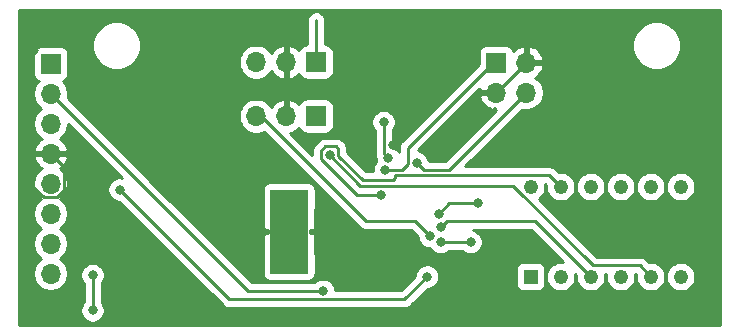
<source format=gbr>
G04 #@! TF.GenerationSoftware,KiCad,Pcbnew,(5.1.8)-1*
G04 #@! TF.CreationDate,2021-02-01T15:09:39-08:00*
G04 #@! TF.ProjectId,Modular_single_driver_Driver,4d6f6475-6c61-4725-9f73-696e676c655f,rev?*
G04 #@! TF.SameCoordinates,Original*
G04 #@! TF.FileFunction,Copper,L2,Bot*
G04 #@! TF.FilePolarity,Positive*
%FSLAX46Y46*%
G04 Gerber Fmt 4.6, Leading zero omitted, Abs format (unit mm)*
G04 Created by KiCad (PCBNEW (5.1.8)-1) date 2021-02-01 15:09:39*
%MOMM*%
%LPD*%
G01*
G04 APERTURE LIST*
G04 #@! TA.AperFunction,ComponentPad*
%ADD10O,1.700000X1.700000*%
G04 #@! TD*
G04 #@! TA.AperFunction,ComponentPad*
%ADD11R,1.700000X1.700000*%
G04 #@! TD*
G04 #@! TA.AperFunction,ComponentPad*
%ADD12R,1.220000X1.220000*%
G04 #@! TD*
G04 #@! TA.AperFunction,ComponentPad*
%ADD13C,1.220000*%
G04 #@! TD*
G04 #@! TA.AperFunction,ComponentPad*
%ADD14C,0.600000*%
G04 #@! TD*
G04 #@! TA.AperFunction,SMDPad,CuDef*
%ADD15R,3.200000X7.100000*%
G04 #@! TD*
G04 #@! TA.AperFunction,ViaPad*
%ADD16C,0.800000*%
G04 #@! TD*
G04 #@! TA.AperFunction,Conductor*
%ADD17C,0.250000*%
G04 #@! TD*
G04 #@! TA.AperFunction,Conductor*
%ADD18C,0.254000*%
G04 #@! TD*
G04 #@! TA.AperFunction,Conductor*
%ADD19C,0.100000*%
G04 #@! TD*
G04 APERTURE END LIST*
D10*
X169291000Y-111379000D03*
X171831000Y-111379000D03*
D11*
X174371000Y-111379000D03*
X189611000Y-106854001D03*
D10*
X192151000Y-106854001D03*
X189611000Y-109394001D03*
X192151000Y-109394001D03*
D11*
X151892000Y-106934000D03*
D10*
X151892000Y-109474000D03*
X151892000Y-112014000D03*
X151892000Y-114554000D03*
X151892000Y-117094000D03*
X151892000Y-119634000D03*
X151892000Y-122174000D03*
X151892000Y-124714000D03*
D11*
X174371000Y-106807000D03*
D10*
X171831000Y-106807000D03*
X169291000Y-106807000D03*
D12*
X192532000Y-124968000D03*
D13*
X195072000Y-124968000D03*
X197612000Y-124968000D03*
X200152000Y-124968000D03*
X202692000Y-124968000D03*
X205232000Y-124968000D03*
X205232000Y-117348000D03*
X202692000Y-117348000D03*
X200152000Y-117348000D03*
X197612000Y-117348000D03*
X195072000Y-117348000D03*
X192532000Y-117348000D03*
D14*
X170785000Y-117908000D03*
X172085000Y-117908000D03*
X173385000Y-117908000D03*
X170785000Y-119208000D03*
X172085000Y-119208000D03*
X173385000Y-119208000D03*
X170785000Y-120508000D03*
X172085000Y-120508000D03*
X173385000Y-120508000D03*
X170785000Y-121808000D03*
X172085000Y-121808000D03*
X173385000Y-121808000D03*
X170785000Y-123108000D03*
X172085000Y-123108000D03*
X173385000Y-123108000D03*
X170785000Y-124408000D03*
X172085000Y-124408000D03*
X173385000Y-124408000D03*
D15*
X172085000Y-121158000D03*
D16*
X155448000Y-124841000D03*
X184912000Y-122047000D03*
X187452000Y-122047000D03*
X155448000Y-127825500D03*
X180467000Y-114935000D03*
X180086000Y-111887000D03*
X154813000Y-122682000D03*
X165862000Y-110998000D03*
X195199000Y-111887000D03*
X184277000Y-123698000D03*
X180848000Y-113792000D03*
X176403000Y-125857000D03*
X180276500Y-125793500D03*
X157734000Y-117602000D03*
X183769000Y-124968000D03*
X180213000Y-115951000D03*
X182880000Y-115316000D03*
X174947500Y-126179500D03*
X184023000Y-121539000D03*
X188087000Y-118745000D03*
X184785000Y-119634000D03*
X179895500Y-118046500D03*
X184912000Y-120777000D03*
X175514000Y-114681000D03*
D17*
X184912000Y-122047000D02*
X187452000Y-122047000D01*
X155448000Y-124841000D02*
X155448000Y-127127000D01*
X155448000Y-127127000D02*
X155448000Y-127127000D01*
X180086000Y-111887000D02*
X180086000Y-111887000D01*
X180086000Y-114554000D02*
X180467000Y-114935000D01*
X180086000Y-111887000D02*
X180086000Y-114554000D01*
X174371000Y-106807000D02*
X174371000Y-103251000D01*
X155448000Y-127127000D02*
X155448000Y-127825500D01*
X150266989Y-117207991D02*
X150266989Y-106274009D01*
X151327999Y-118269001D02*
X150266989Y-117207991D01*
X150266989Y-106274009D02*
X150781999Y-105758999D01*
X152456001Y-118269001D02*
X151327999Y-118269001D01*
X153067001Y-117658001D02*
X152456001Y-118269001D01*
X153067001Y-115729001D02*
X153067001Y-117658001D01*
X151892000Y-114554000D02*
X153067001Y-115729001D01*
X175514000Y-121158000D02*
X176657000Y-122301000D01*
X189611000Y-109394001D02*
X192151000Y-106854001D01*
X167036501Y-126904501D02*
X181832499Y-126904501D01*
X157734000Y-117602000D02*
X167036501Y-126904501D01*
X181832499Y-126904501D02*
X183769000Y-124968000D01*
X183769000Y-124968000D02*
X183769000Y-124968000D01*
X189611000Y-106854001D02*
X189309999Y-106854001D01*
X180249999Y-115914001D02*
X180213000Y-115951000D01*
X181646999Y-115914001D02*
X180249999Y-115914001D01*
X182118000Y-115443000D02*
X181646999Y-115914001D01*
X182118000Y-114046000D02*
X182118000Y-115443000D01*
X189309999Y-106854001D02*
X182118000Y-114046000D01*
X183478001Y-115914001D02*
X182880000Y-115316000D01*
X185631000Y-115914001D02*
X183478001Y-115914001D01*
X192151000Y-109394001D02*
X185631000Y-115914001D01*
X168597500Y-126179500D02*
X151892000Y-109474000D01*
X174947500Y-126179500D02*
X168597500Y-126179500D01*
X169672000Y-111379000D02*
X169291000Y-111379000D01*
X178562000Y-120269000D02*
X169672000Y-111379000D01*
X182753000Y-120269000D02*
X184023000Y-121539000D01*
X178562000Y-120269000D02*
X182753000Y-120269000D01*
X185637001Y-118781999D02*
X188050001Y-118781999D01*
X184785000Y-119634000D02*
X185637001Y-118781999D01*
X174788999Y-114332999D02*
X175165999Y-113955999D01*
X174788999Y-115029001D02*
X174788999Y-114332999D01*
X177806498Y-118046500D02*
X174788999Y-115029001D01*
X179895500Y-118046500D02*
X177806498Y-118046500D01*
X176239001Y-114136001D02*
X176058999Y-113955999D01*
X178302399Y-116832989D02*
X176239001Y-114769591D01*
X176239001Y-114769591D02*
X176239001Y-114136001D01*
X181077009Y-116610991D02*
X180855011Y-116832989D01*
X181077009Y-116364011D02*
X181077009Y-116610991D01*
X194088011Y-116364011D02*
X181077009Y-116364011D01*
X195072000Y-117348000D02*
X194088011Y-116364011D01*
X180855011Y-116832989D02*
X178302399Y-116832989D01*
X175165999Y-113955999D02*
X176058999Y-113955999D01*
X185420000Y-120269000D02*
X184912000Y-120777000D01*
X192913000Y-120269000D02*
X185420000Y-120269000D01*
X197612000Y-124968000D02*
X192913000Y-120269000D01*
X201756999Y-124032999D02*
X202692000Y-124968000D01*
X197833197Y-124032999D02*
X201756999Y-124032999D01*
X191083197Y-117282999D02*
X197833197Y-124032999D01*
X178115999Y-117282999D02*
X175514000Y-114681000D01*
X191083197Y-117282999D02*
X178115999Y-117282999D01*
D18*
X208534000Y-129032000D02*
X149225000Y-129032000D01*
X149225000Y-116947740D01*
X150407000Y-116947740D01*
X150407000Y-117240260D01*
X150464068Y-117527158D01*
X150576010Y-117797411D01*
X150738525Y-118040632D01*
X150945368Y-118247475D01*
X151119760Y-118364000D01*
X150945368Y-118480525D01*
X150738525Y-118687368D01*
X150576010Y-118930589D01*
X150464068Y-119200842D01*
X150407000Y-119487740D01*
X150407000Y-119780260D01*
X150464068Y-120067158D01*
X150576010Y-120337411D01*
X150738525Y-120580632D01*
X150945368Y-120787475D01*
X151119760Y-120904000D01*
X150945368Y-121020525D01*
X150738525Y-121227368D01*
X150576010Y-121470589D01*
X150464068Y-121740842D01*
X150407000Y-122027740D01*
X150407000Y-122320260D01*
X150464068Y-122607158D01*
X150576010Y-122877411D01*
X150738525Y-123120632D01*
X150945368Y-123327475D01*
X151119760Y-123444000D01*
X150945368Y-123560525D01*
X150738525Y-123767368D01*
X150576010Y-124010589D01*
X150464068Y-124280842D01*
X150407000Y-124567740D01*
X150407000Y-124860260D01*
X150464068Y-125147158D01*
X150576010Y-125417411D01*
X150738525Y-125660632D01*
X150945368Y-125867475D01*
X151188589Y-126029990D01*
X151458842Y-126141932D01*
X151745740Y-126199000D01*
X152038260Y-126199000D01*
X152325158Y-126141932D01*
X152595411Y-126029990D01*
X152838632Y-125867475D01*
X153045475Y-125660632D01*
X153207990Y-125417411D01*
X153319932Y-125147158D01*
X153377000Y-124860260D01*
X153377000Y-124739061D01*
X154413000Y-124739061D01*
X154413000Y-124942939D01*
X154452774Y-125142898D01*
X154530795Y-125331256D01*
X154644063Y-125500774D01*
X154688000Y-125544711D01*
X154688001Y-127089657D01*
X154684491Y-127125298D01*
X154644063Y-127165726D01*
X154530795Y-127335244D01*
X154452774Y-127523602D01*
X154413000Y-127723561D01*
X154413000Y-127927439D01*
X154452774Y-128127398D01*
X154530795Y-128315756D01*
X154644063Y-128485274D01*
X154788226Y-128629437D01*
X154957744Y-128742705D01*
X155146102Y-128820726D01*
X155346061Y-128860500D01*
X155549939Y-128860500D01*
X155749898Y-128820726D01*
X155938256Y-128742705D01*
X156107774Y-128629437D01*
X156251937Y-128485274D01*
X156365205Y-128315756D01*
X156443226Y-128127398D01*
X156483000Y-127927439D01*
X156483000Y-127723561D01*
X156443226Y-127523602D01*
X156365205Y-127335244D01*
X156251937Y-127165726D01*
X156211509Y-127125298D01*
X156208000Y-127089667D01*
X156208000Y-125544711D01*
X156251937Y-125500774D01*
X156365205Y-125331256D01*
X156443226Y-125142898D01*
X156483000Y-124942939D01*
X156483000Y-124739061D01*
X156443226Y-124539102D01*
X156365205Y-124350744D01*
X156251937Y-124181226D01*
X156107774Y-124037063D01*
X155938256Y-123923795D01*
X155749898Y-123845774D01*
X155549939Y-123806000D01*
X155346061Y-123806000D01*
X155146102Y-123845774D01*
X154957744Y-123923795D01*
X154788226Y-124037063D01*
X154644063Y-124181226D01*
X154530795Y-124350744D01*
X154452774Y-124539102D01*
X154413000Y-124739061D01*
X153377000Y-124739061D01*
X153377000Y-124567740D01*
X153319932Y-124280842D01*
X153207990Y-124010589D01*
X153045475Y-123767368D01*
X152838632Y-123560525D01*
X152664240Y-123444000D01*
X152838632Y-123327475D01*
X153045475Y-123120632D01*
X153207990Y-122877411D01*
X153319932Y-122607158D01*
X153377000Y-122320260D01*
X153377000Y-122027740D01*
X153319932Y-121740842D01*
X153207990Y-121470589D01*
X153045475Y-121227368D01*
X152838632Y-121020525D01*
X152664240Y-120904000D01*
X152838632Y-120787475D01*
X153045475Y-120580632D01*
X153207990Y-120337411D01*
X153319932Y-120067158D01*
X153377000Y-119780260D01*
X153377000Y-119487740D01*
X153319932Y-119200842D01*
X153207990Y-118930589D01*
X153045475Y-118687368D01*
X152838632Y-118480525D01*
X152664240Y-118364000D01*
X152838632Y-118247475D01*
X153045475Y-118040632D01*
X153207990Y-117797411D01*
X153319932Y-117527158D01*
X153377000Y-117240260D01*
X153377000Y-116947740D01*
X153319932Y-116660842D01*
X153207990Y-116390589D01*
X153045475Y-116147368D01*
X152838632Y-115940525D01*
X152656466Y-115818805D01*
X152773355Y-115749178D01*
X152989588Y-115554269D01*
X153163641Y-115320920D01*
X153288825Y-115058099D01*
X153333476Y-114910890D01*
X153212155Y-114681000D01*
X152019000Y-114681000D01*
X152019000Y-114701000D01*
X151765000Y-114701000D01*
X151765000Y-114681000D01*
X150571845Y-114681000D01*
X150450524Y-114910890D01*
X150495175Y-115058099D01*
X150620359Y-115320920D01*
X150794412Y-115554269D01*
X151010645Y-115749178D01*
X151127534Y-115818805D01*
X150945368Y-115940525D01*
X150738525Y-116147368D01*
X150576010Y-116390589D01*
X150464068Y-116660842D01*
X150407000Y-116947740D01*
X149225000Y-116947740D01*
X149225000Y-106084000D01*
X150403928Y-106084000D01*
X150403928Y-107784000D01*
X150416188Y-107908482D01*
X150452498Y-108028180D01*
X150511463Y-108138494D01*
X150590815Y-108235185D01*
X150687506Y-108314537D01*
X150797820Y-108373502D01*
X150870380Y-108395513D01*
X150738525Y-108527368D01*
X150576010Y-108770589D01*
X150464068Y-109040842D01*
X150407000Y-109327740D01*
X150407000Y-109620260D01*
X150464068Y-109907158D01*
X150576010Y-110177411D01*
X150738525Y-110420632D01*
X150945368Y-110627475D01*
X151119760Y-110744000D01*
X150945368Y-110860525D01*
X150738525Y-111067368D01*
X150576010Y-111310589D01*
X150464068Y-111580842D01*
X150407000Y-111867740D01*
X150407000Y-112160260D01*
X150464068Y-112447158D01*
X150576010Y-112717411D01*
X150738525Y-112960632D01*
X150945368Y-113167475D01*
X151127534Y-113289195D01*
X151010645Y-113358822D01*
X150794412Y-113553731D01*
X150620359Y-113787080D01*
X150495175Y-114049901D01*
X150450524Y-114197110D01*
X150571845Y-114427000D01*
X151765000Y-114427000D01*
X151765000Y-114407000D01*
X152019000Y-114407000D01*
X152019000Y-114427000D01*
X153212155Y-114427000D01*
X153333476Y-114197110D01*
X153288825Y-114049901D01*
X153163641Y-113787080D01*
X152989588Y-113553731D01*
X152773355Y-113358822D01*
X152656466Y-113289195D01*
X152838632Y-113167475D01*
X153045475Y-112960632D01*
X153207990Y-112717411D01*
X153319932Y-112447158D01*
X153377000Y-112160260D01*
X153377000Y-112033801D01*
X157928637Y-116585439D01*
X157835939Y-116567000D01*
X157632061Y-116567000D01*
X157432102Y-116606774D01*
X157243744Y-116684795D01*
X157074226Y-116798063D01*
X156930063Y-116942226D01*
X156816795Y-117111744D01*
X156738774Y-117300102D01*
X156699000Y-117500061D01*
X156699000Y-117703939D01*
X156738774Y-117903898D01*
X156816795Y-118092256D01*
X156930063Y-118261774D01*
X157074226Y-118405937D01*
X157243744Y-118519205D01*
X157432102Y-118597226D01*
X157632061Y-118637000D01*
X157694199Y-118637000D01*
X166472702Y-127415504D01*
X166496500Y-127444502D01*
X166525498Y-127468300D01*
X166612224Y-127539475D01*
X166710489Y-127591999D01*
X166744254Y-127610047D01*
X166887515Y-127653504D01*
X166999168Y-127664501D01*
X166999177Y-127664501D01*
X167036500Y-127668177D01*
X167073823Y-127664501D01*
X181795177Y-127664501D01*
X181832499Y-127668177D01*
X181869821Y-127664501D01*
X181869832Y-127664501D01*
X181981485Y-127653504D01*
X182124746Y-127610047D01*
X182256775Y-127539475D01*
X182372500Y-127444502D01*
X182396303Y-127415498D01*
X183808802Y-126003000D01*
X183870939Y-126003000D01*
X184070898Y-125963226D01*
X184259256Y-125885205D01*
X184428774Y-125771937D01*
X184572937Y-125627774D01*
X184686205Y-125458256D01*
X184764226Y-125269898D01*
X184804000Y-125069939D01*
X184804000Y-124866061D01*
X184764226Y-124666102D01*
X184686205Y-124477744D01*
X184606195Y-124358000D01*
X191283928Y-124358000D01*
X191283928Y-125578000D01*
X191296188Y-125702482D01*
X191332498Y-125822180D01*
X191391463Y-125932494D01*
X191470815Y-126029185D01*
X191567506Y-126108537D01*
X191677820Y-126167502D01*
X191797518Y-126203812D01*
X191922000Y-126216072D01*
X193142000Y-126216072D01*
X193266482Y-126203812D01*
X193386180Y-126167502D01*
X193496494Y-126108537D01*
X193593185Y-126029185D01*
X193672537Y-125932494D01*
X193731502Y-125822180D01*
X193767812Y-125702482D01*
X193780072Y-125578000D01*
X193780072Y-124358000D01*
X193767812Y-124233518D01*
X193731502Y-124113820D01*
X193672537Y-124003506D01*
X193593185Y-123906815D01*
X193496494Y-123827463D01*
X193386180Y-123768498D01*
X193266482Y-123732188D01*
X193142000Y-123719928D01*
X191922000Y-123719928D01*
X191797518Y-123732188D01*
X191677820Y-123768498D01*
X191567506Y-123827463D01*
X191470815Y-123906815D01*
X191391463Y-124003506D01*
X191332498Y-124113820D01*
X191296188Y-124233518D01*
X191283928Y-124358000D01*
X184606195Y-124358000D01*
X184572937Y-124308226D01*
X184428774Y-124164063D01*
X184259256Y-124050795D01*
X184070898Y-123972774D01*
X183870939Y-123933000D01*
X183667061Y-123933000D01*
X183467102Y-123972774D01*
X183278744Y-124050795D01*
X183109226Y-124164063D01*
X182965063Y-124308226D01*
X182851795Y-124477744D01*
X182773774Y-124666102D01*
X182734000Y-124866061D01*
X182734000Y-124928198D01*
X181517698Y-126144501D01*
X175982500Y-126144501D01*
X175982500Y-126077561D01*
X175942726Y-125877602D01*
X175864705Y-125689244D01*
X175751437Y-125519726D01*
X175607274Y-125375563D01*
X175437756Y-125262295D01*
X175249398Y-125184274D01*
X175049439Y-125144500D01*
X174845561Y-125144500D01*
X174645602Y-125184274D01*
X174457244Y-125262295D01*
X174287726Y-125375563D01*
X174243789Y-125419500D01*
X168912302Y-125419500D01*
X161100802Y-117608000D01*
X169846928Y-117608000D01*
X169850000Y-120872250D01*
X170008750Y-121031000D01*
X170337814Y-121031000D01*
X170331843Y-121140762D01*
X170330064Y-121142541D01*
X170330905Y-121158000D01*
X170330064Y-121173459D01*
X170331843Y-121175238D01*
X170337814Y-121285000D01*
X170008750Y-121285000D01*
X169850000Y-121443750D01*
X169846928Y-124708000D01*
X169859188Y-124832482D01*
X169895498Y-124952180D01*
X169954463Y-125062494D01*
X170033815Y-125159185D01*
X170130506Y-125238537D01*
X170240820Y-125297502D01*
X170360518Y-125333812D01*
X170485000Y-125346072D01*
X171799250Y-125343000D01*
X171831493Y-125310757D01*
X171957998Y-125336164D01*
X171957998Y-125343000D01*
X172083534Y-125343000D01*
X172175355Y-125343171D01*
X172176223Y-125343000D01*
X172212002Y-125343000D01*
X172212002Y-125335952D01*
X172338737Y-125310987D01*
X172370750Y-125343000D01*
X173685000Y-125346072D01*
X173809482Y-125333812D01*
X173929180Y-125297502D01*
X174039494Y-125238537D01*
X174136185Y-125159185D01*
X174215537Y-125062494D01*
X174274502Y-124952180D01*
X174310812Y-124832482D01*
X174323072Y-124708000D01*
X174320000Y-121443750D01*
X174161250Y-121285000D01*
X173832186Y-121285000D01*
X173838157Y-121175238D01*
X173839936Y-121173459D01*
X173839095Y-121158000D01*
X173839936Y-121142541D01*
X173838157Y-121140762D01*
X173832186Y-121031000D01*
X174161250Y-121031000D01*
X174320000Y-120872250D01*
X174323072Y-117608000D01*
X174310812Y-117483518D01*
X174274502Y-117363820D01*
X174215537Y-117253506D01*
X174136185Y-117156815D01*
X174039494Y-117077463D01*
X173929180Y-117018498D01*
X173809482Y-116982188D01*
X173685000Y-116969928D01*
X172370750Y-116973000D01*
X172338507Y-117005243D01*
X172212002Y-116979836D01*
X172212002Y-116973000D01*
X172086466Y-116973000D01*
X171994645Y-116972829D01*
X171993777Y-116973000D01*
X171957998Y-116973000D01*
X171957998Y-116980048D01*
X171831263Y-117005013D01*
X171799250Y-116973000D01*
X170485000Y-116969928D01*
X170360518Y-116982188D01*
X170240820Y-117018498D01*
X170130506Y-117077463D01*
X170033815Y-117156815D01*
X169954463Y-117253506D01*
X169895498Y-117363820D01*
X169859188Y-117483518D01*
X169846928Y-117608000D01*
X161100802Y-117608000D01*
X154725542Y-111232740D01*
X167806000Y-111232740D01*
X167806000Y-111525260D01*
X167863068Y-111812158D01*
X167975010Y-112082411D01*
X168137525Y-112325632D01*
X168344368Y-112532475D01*
X168587589Y-112694990D01*
X168857842Y-112806932D01*
X169144740Y-112864000D01*
X169437260Y-112864000D01*
X169724158Y-112806932D01*
X169936978Y-112718779D01*
X177998200Y-120780002D01*
X178021999Y-120809001D01*
X178137724Y-120903974D01*
X178269753Y-120974546D01*
X178413014Y-121018003D01*
X178514484Y-121027997D01*
X178562000Y-121032677D01*
X178599333Y-121029000D01*
X182438199Y-121029000D01*
X182988000Y-121578802D01*
X182988000Y-121640939D01*
X183027774Y-121840898D01*
X183105795Y-122029256D01*
X183219063Y-122198774D01*
X183363226Y-122342937D01*
X183532744Y-122456205D01*
X183721102Y-122534226D01*
X183921061Y-122574000D01*
X184019346Y-122574000D01*
X184108063Y-122706774D01*
X184252226Y-122850937D01*
X184421744Y-122964205D01*
X184610102Y-123042226D01*
X184810061Y-123082000D01*
X185013939Y-123082000D01*
X185213898Y-123042226D01*
X185402256Y-122964205D01*
X185571774Y-122850937D01*
X185615711Y-122807000D01*
X186748289Y-122807000D01*
X186792226Y-122850937D01*
X186961744Y-122964205D01*
X187150102Y-123042226D01*
X187350061Y-123082000D01*
X187553939Y-123082000D01*
X187753898Y-123042226D01*
X187942256Y-122964205D01*
X188111774Y-122850937D01*
X188255937Y-122706774D01*
X188369205Y-122537256D01*
X188447226Y-122348898D01*
X188487000Y-122148939D01*
X188487000Y-121945061D01*
X188447226Y-121745102D01*
X188369205Y-121556744D01*
X188255937Y-121387226D01*
X188111774Y-121243063D01*
X187942256Y-121129795D01*
X187753898Y-121051774D01*
X187639404Y-121029000D01*
X192598199Y-121029000D01*
X195316427Y-123747229D01*
X195194622Y-123723000D01*
X194949378Y-123723000D01*
X194708847Y-123770845D01*
X194482271Y-123864695D01*
X194278359Y-124000945D01*
X194104945Y-124174359D01*
X193968695Y-124378271D01*
X193874845Y-124604847D01*
X193827000Y-124845378D01*
X193827000Y-125090622D01*
X193874845Y-125331153D01*
X193968695Y-125557729D01*
X194104945Y-125761641D01*
X194278359Y-125935055D01*
X194482271Y-126071305D01*
X194708847Y-126165155D01*
X194949378Y-126213000D01*
X195194622Y-126213000D01*
X195435153Y-126165155D01*
X195661729Y-126071305D01*
X195865641Y-125935055D01*
X196039055Y-125761641D01*
X196175305Y-125557729D01*
X196269155Y-125331153D01*
X196317000Y-125090622D01*
X196317000Y-124845378D01*
X196292771Y-124723573D01*
X196374893Y-124805695D01*
X196367000Y-124845378D01*
X196367000Y-125090622D01*
X196414845Y-125331153D01*
X196508695Y-125557729D01*
X196644945Y-125761641D01*
X196818359Y-125935055D01*
X197022271Y-126071305D01*
X197248847Y-126165155D01*
X197489378Y-126213000D01*
X197734622Y-126213000D01*
X197975153Y-126165155D01*
X198201729Y-126071305D01*
X198405641Y-125935055D01*
X198579055Y-125761641D01*
X198715305Y-125557729D01*
X198809155Y-125331153D01*
X198857000Y-125090622D01*
X198857000Y-124845378D01*
X198846581Y-124792999D01*
X198917419Y-124792999D01*
X198907000Y-124845378D01*
X198907000Y-125090622D01*
X198954845Y-125331153D01*
X199048695Y-125557729D01*
X199184945Y-125761641D01*
X199358359Y-125935055D01*
X199562271Y-126071305D01*
X199788847Y-126165155D01*
X200029378Y-126213000D01*
X200274622Y-126213000D01*
X200515153Y-126165155D01*
X200741729Y-126071305D01*
X200945641Y-125935055D01*
X201119055Y-125761641D01*
X201255305Y-125557729D01*
X201349155Y-125331153D01*
X201397000Y-125090622D01*
X201397000Y-124845378D01*
X201386581Y-124792999D01*
X201442198Y-124792999D01*
X201454894Y-124805695D01*
X201447000Y-124845378D01*
X201447000Y-125090622D01*
X201494845Y-125331153D01*
X201588695Y-125557729D01*
X201724945Y-125761641D01*
X201898359Y-125935055D01*
X202102271Y-126071305D01*
X202328847Y-126165155D01*
X202569378Y-126213000D01*
X202814622Y-126213000D01*
X203055153Y-126165155D01*
X203281729Y-126071305D01*
X203485641Y-125935055D01*
X203659055Y-125761641D01*
X203795305Y-125557729D01*
X203889155Y-125331153D01*
X203937000Y-125090622D01*
X203937000Y-124845378D01*
X203987000Y-124845378D01*
X203987000Y-125090622D01*
X204034845Y-125331153D01*
X204128695Y-125557729D01*
X204264945Y-125761641D01*
X204438359Y-125935055D01*
X204642271Y-126071305D01*
X204868847Y-126165155D01*
X205109378Y-126213000D01*
X205354622Y-126213000D01*
X205595153Y-126165155D01*
X205821729Y-126071305D01*
X206025641Y-125935055D01*
X206199055Y-125761641D01*
X206335305Y-125557729D01*
X206429155Y-125331153D01*
X206477000Y-125090622D01*
X206477000Y-124845378D01*
X206429155Y-124604847D01*
X206335305Y-124378271D01*
X206199055Y-124174359D01*
X206025641Y-124000945D01*
X205821729Y-123864695D01*
X205595153Y-123770845D01*
X205354622Y-123723000D01*
X205109378Y-123723000D01*
X204868847Y-123770845D01*
X204642271Y-123864695D01*
X204438359Y-124000945D01*
X204264945Y-124174359D01*
X204128695Y-124378271D01*
X204034845Y-124604847D01*
X203987000Y-124845378D01*
X203937000Y-124845378D01*
X203889155Y-124604847D01*
X203795305Y-124378271D01*
X203659055Y-124174359D01*
X203485641Y-124000945D01*
X203281729Y-123864695D01*
X203055153Y-123770845D01*
X202814622Y-123723000D01*
X202569378Y-123723000D01*
X202529695Y-123730894D01*
X202320803Y-123522001D01*
X202297000Y-123492998D01*
X202181275Y-123398025D01*
X202049246Y-123327453D01*
X201905985Y-123283996D01*
X201794332Y-123272999D01*
X201794321Y-123272999D01*
X201756999Y-123269323D01*
X201719677Y-123272999D01*
X198147999Y-123272999D01*
X193244363Y-118369364D01*
X193325641Y-118315055D01*
X193499055Y-118141641D01*
X193635305Y-117937729D01*
X193729155Y-117711153D01*
X193777000Y-117470622D01*
X193777000Y-117225378D01*
X193756837Y-117124011D01*
X193773210Y-117124011D01*
X193834894Y-117185695D01*
X193827000Y-117225378D01*
X193827000Y-117470622D01*
X193874845Y-117711153D01*
X193968695Y-117937729D01*
X194104945Y-118141641D01*
X194278359Y-118315055D01*
X194482271Y-118451305D01*
X194708847Y-118545155D01*
X194949378Y-118593000D01*
X195194622Y-118593000D01*
X195435153Y-118545155D01*
X195661729Y-118451305D01*
X195865641Y-118315055D01*
X196039055Y-118141641D01*
X196175305Y-117937729D01*
X196269155Y-117711153D01*
X196317000Y-117470622D01*
X196317000Y-117225378D01*
X196367000Y-117225378D01*
X196367000Y-117470622D01*
X196414845Y-117711153D01*
X196508695Y-117937729D01*
X196644945Y-118141641D01*
X196818359Y-118315055D01*
X197022271Y-118451305D01*
X197248847Y-118545155D01*
X197489378Y-118593000D01*
X197734622Y-118593000D01*
X197975153Y-118545155D01*
X198201729Y-118451305D01*
X198405641Y-118315055D01*
X198579055Y-118141641D01*
X198715305Y-117937729D01*
X198809155Y-117711153D01*
X198857000Y-117470622D01*
X198857000Y-117225378D01*
X198907000Y-117225378D01*
X198907000Y-117470622D01*
X198954845Y-117711153D01*
X199048695Y-117937729D01*
X199184945Y-118141641D01*
X199358359Y-118315055D01*
X199562271Y-118451305D01*
X199788847Y-118545155D01*
X200029378Y-118593000D01*
X200274622Y-118593000D01*
X200515153Y-118545155D01*
X200741729Y-118451305D01*
X200945641Y-118315055D01*
X201119055Y-118141641D01*
X201255305Y-117937729D01*
X201349155Y-117711153D01*
X201397000Y-117470622D01*
X201397000Y-117225378D01*
X201447000Y-117225378D01*
X201447000Y-117470622D01*
X201494845Y-117711153D01*
X201588695Y-117937729D01*
X201724945Y-118141641D01*
X201898359Y-118315055D01*
X202102271Y-118451305D01*
X202328847Y-118545155D01*
X202569378Y-118593000D01*
X202814622Y-118593000D01*
X203055153Y-118545155D01*
X203281729Y-118451305D01*
X203485641Y-118315055D01*
X203659055Y-118141641D01*
X203795305Y-117937729D01*
X203889155Y-117711153D01*
X203937000Y-117470622D01*
X203937000Y-117225378D01*
X203987000Y-117225378D01*
X203987000Y-117470622D01*
X204034845Y-117711153D01*
X204128695Y-117937729D01*
X204264945Y-118141641D01*
X204438359Y-118315055D01*
X204642271Y-118451305D01*
X204868847Y-118545155D01*
X205109378Y-118593000D01*
X205354622Y-118593000D01*
X205595153Y-118545155D01*
X205821729Y-118451305D01*
X206025641Y-118315055D01*
X206199055Y-118141641D01*
X206335305Y-117937729D01*
X206429155Y-117711153D01*
X206477000Y-117470622D01*
X206477000Y-117225378D01*
X206429155Y-116984847D01*
X206335305Y-116758271D01*
X206199055Y-116554359D01*
X206025641Y-116380945D01*
X205821729Y-116244695D01*
X205595153Y-116150845D01*
X205354622Y-116103000D01*
X205109378Y-116103000D01*
X204868847Y-116150845D01*
X204642271Y-116244695D01*
X204438359Y-116380945D01*
X204264945Y-116554359D01*
X204128695Y-116758271D01*
X204034845Y-116984847D01*
X203987000Y-117225378D01*
X203937000Y-117225378D01*
X203889155Y-116984847D01*
X203795305Y-116758271D01*
X203659055Y-116554359D01*
X203485641Y-116380945D01*
X203281729Y-116244695D01*
X203055153Y-116150845D01*
X202814622Y-116103000D01*
X202569378Y-116103000D01*
X202328847Y-116150845D01*
X202102271Y-116244695D01*
X201898359Y-116380945D01*
X201724945Y-116554359D01*
X201588695Y-116758271D01*
X201494845Y-116984847D01*
X201447000Y-117225378D01*
X201397000Y-117225378D01*
X201349155Y-116984847D01*
X201255305Y-116758271D01*
X201119055Y-116554359D01*
X200945641Y-116380945D01*
X200741729Y-116244695D01*
X200515153Y-116150845D01*
X200274622Y-116103000D01*
X200029378Y-116103000D01*
X199788847Y-116150845D01*
X199562271Y-116244695D01*
X199358359Y-116380945D01*
X199184945Y-116554359D01*
X199048695Y-116758271D01*
X198954845Y-116984847D01*
X198907000Y-117225378D01*
X198857000Y-117225378D01*
X198809155Y-116984847D01*
X198715305Y-116758271D01*
X198579055Y-116554359D01*
X198405641Y-116380945D01*
X198201729Y-116244695D01*
X197975153Y-116150845D01*
X197734622Y-116103000D01*
X197489378Y-116103000D01*
X197248847Y-116150845D01*
X197022271Y-116244695D01*
X196818359Y-116380945D01*
X196644945Y-116554359D01*
X196508695Y-116758271D01*
X196414845Y-116984847D01*
X196367000Y-117225378D01*
X196317000Y-117225378D01*
X196269155Y-116984847D01*
X196175305Y-116758271D01*
X196039055Y-116554359D01*
X195865641Y-116380945D01*
X195661729Y-116244695D01*
X195435153Y-116150845D01*
X195194622Y-116103000D01*
X194949378Y-116103000D01*
X194909695Y-116110894D01*
X194651815Y-115853013D01*
X194628012Y-115824010D01*
X194512287Y-115729037D01*
X194380258Y-115658465D01*
X194236997Y-115615008D01*
X194125344Y-115604011D01*
X194125333Y-115604011D01*
X194088011Y-115600335D01*
X194050689Y-115604011D01*
X187015791Y-115604011D01*
X191784593Y-110835211D01*
X192004740Y-110879001D01*
X192297260Y-110879001D01*
X192584158Y-110821933D01*
X192854411Y-110709991D01*
X193097632Y-110547476D01*
X193304475Y-110340633D01*
X193466990Y-110097412D01*
X193578932Y-109827159D01*
X193636000Y-109540261D01*
X193636000Y-109247741D01*
X193578932Y-108960843D01*
X193466990Y-108690590D01*
X193304475Y-108447369D01*
X193097632Y-108240526D01*
X192915466Y-108118806D01*
X193032355Y-108049179D01*
X193248588Y-107854270D01*
X193422641Y-107620921D01*
X193547825Y-107358100D01*
X193592476Y-107210891D01*
X193471155Y-106981001D01*
X192278000Y-106981001D01*
X192278000Y-107001001D01*
X192024000Y-107001001D01*
X192024000Y-106981001D01*
X192004000Y-106981001D01*
X192004000Y-106727001D01*
X192024000Y-106727001D01*
X192024000Y-105533187D01*
X192278000Y-105533187D01*
X192278000Y-106727001D01*
X193471155Y-106727001D01*
X193592476Y-106497111D01*
X193547825Y-106349902D01*
X193422641Y-106087081D01*
X193248588Y-105853732D01*
X193032355Y-105658823D01*
X192782252Y-105509844D01*
X192507891Y-105412520D01*
X192278000Y-105533187D01*
X192024000Y-105533187D01*
X191794109Y-105412520D01*
X191519748Y-105509844D01*
X191269645Y-105658823D01*
X191073498Y-105835627D01*
X191050502Y-105759821D01*
X190991537Y-105649507D01*
X190912185Y-105552816D01*
X190815494Y-105473464D01*
X190705180Y-105414499D01*
X190585482Y-105378189D01*
X190461000Y-105365929D01*
X188761000Y-105365929D01*
X188636518Y-105378189D01*
X188516820Y-105414499D01*
X188406506Y-105473464D01*
X188309815Y-105552816D01*
X188230463Y-105649507D01*
X188171498Y-105759821D01*
X188135188Y-105879519D01*
X188122928Y-106004001D01*
X188122928Y-106966270D01*
X181607003Y-113482196D01*
X181577999Y-113505999D01*
X181538827Y-113553731D01*
X181483026Y-113621724D01*
X181442242Y-113698025D01*
X181412454Y-113753754D01*
X181368997Y-113897015D01*
X181358000Y-114008668D01*
X181358000Y-114008678D01*
X181354324Y-114046000D01*
X181358000Y-114083323D01*
X181358000Y-114405526D01*
X181270937Y-114275226D01*
X181126774Y-114131063D01*
X180957256Y-114017795D01*
X180846000Y-113971711D01*
X180846000Y-112590711D01*
X180889937Y-112546774D01*
X181003205Y-112377256D01*
X181081226Y-112188898D01*
X181121000Y-111988939D01*
X181121000Y-111785061D01*
X181081226Y-111585102D01*
X181003205Y-111396744D01*
X180889937Y-111227226D01*
X180745774Y-111083063D01*
X180576256Y-110969795D01*
X180387898Y-110891774D01*
X180187939Y-110852000D01*
X179984061Y-110852000D01*
X179784102Y-110891774D01*
X179595744Y-110969795D01*
X179426226Y-111083063D01*
X179282063Y-111227226D01*
X179168795Y-111396744D01*
X179090774Y-111585102D01*
X179051000Y-111785061D01*
X179051000Y-111988939D01*
X179090774Y-112188898D01*
X179168795Y-112377256D01*
X179282063Y-112546774D01*
X179326000Y-112590711D01*
X179326001Y-114516668D01*
X179322324Y-114554000D01*
X179326001Y-114591333D01*
X179336998Y-114702986D01*
X179347242Y-114736755D01*
X179380454Y-114846246D01*
X179432000Y-114942681D01*
X179432000Y-115036939D01*
X179470383Y-115229906D01*
X179409063Y-115291226D01*
X179295795Y-115460744D01*
X179217774Y-115649102D01*
X179178000Y-115849061D01*
X179178000Y-116052939D01*
X179181988Y-116072989D01*
X178617202Y-116072989D01*
X176999001Y-114454790D01*
X176999001Y-114173323D01*
X177002677Y-114136000D01*
X176999001Y-114098677D01*
X176999001Y-114098668D01*
X176988004Y-113987015D01*
X176944547Y-113843754D01*
X176873975Y-113711725D01*
X176779002Y-113596000D01*
X176749998Y-113572197D01*
X176622803Y-113445002D01*
X176599000Y-113415998D01*
X176483275Y-113321025D01*
X176351246Y-113250453D01*
X176207985Y-113206996D01*
X176096332Y-113195999D01*
X176096321Y-113195999D01*
X176058999Y-113192323D01*
X176021677Y-113195999D01*
X175203332Y-113195999D01*
X175165999Y-113192322D01*
X175128666Y-113195999D01*
X175017013Y-113206996D01*
X174873752Y-113250453D01*
X174741723Y-113321025D01*
X174625998Y-113415998D01*
X174602195Y-113445002D01*
X174277997Y-113769200D01*
X174248999Y-113792998D01*
X174225201Y-113821996D01*
X174225200Y-113821997D01*
X174154025Y-113908723D01*
X174083453Y-114040753D01*
X174076388Y-114064045D01*
X174039996Y-114184013D01*
X174028999Y-114295666D01*
X174028999Y-114295677D01*
X174025323Y-114332999D01*
X174028999Y-114370321D01*
X174028999Y-114661198D01*
X172188187Y-112820386D01*
X172335099Y-112775825D01*
X172597920Y-112650641D01*
X172831269Y-112476588D01*
X172907034Y-112392534D01*
X172931498Y-112473180D01*
X172990463Y-112583494D01*
X173069815Y-112680185D01*
X173166506Y-112759537D01*
X173276820Y-112818502D01*
X173396518Y-112854812D01*
X173521000Y-112867072D01*
X175221000Y-112867072D01*
X175345482Y-112854812D01*
X175465180Y-112818502D01*
X175575494Y-112759537D01*
X175672185Y-112680185D01*
X175751537Y-112583494D01*
X175810502Y-112473180D01*
X175846812Y-112353482D01*
X175859072Y-112229000D01*
X175859072Y-110529000D01*
X175846812Y-110404518D01*
X175810502Y-110284820D01*
X175751537Y-110174506D01*
X175672185Y-110077815D01*
X175575494Y-109998463D01*
X175465180Y-109939498D01*
X175345482Y-109903188D01*
X175221000Y-109890928D01*
X173521000Y-109890928D01*
X173396518Y-109903188D01*
X173276820Y-109939498D01*
X173166506Y-109998463D01*
X173069815Y-110077815D01*
X172990463Y-110174506D01*
X172931498Y-110284820D01*
X172907034Y-110365466D01*
X172831269Y-110281412D01*
X172597920Y-110107359D01*
X172335099Y-109982175D01*
X172187890Y-109937524D01*
X171958000Y-110058845D01*
X171958000Y-111252000D01*
X171978000Y-111252000D01*
X171978000Y-111506000D01*
X171958000Y-111506000D01*
X171958000Y-111526000D01*
X171704000Y-111526000D01*
X171704000Y-111506000D01*
X171684000Y-111506000D01*
X171684000Y-111252000D01*
X171704000Y-111252000D01*
X171704000Y-110058845D01*
X171474110Y-109937524D01*
X171326901Y-109982175D01*
X171064080Y-110107359D01*
X170830731Y-110281412D01*
X170635822Y-110497645D01*
X170566195Y-110614534D01*
X170444475Y-110432368D01*
X170237632Y-110225525D01*
X169994411Y-110063010D01*
X169724158Y-109951068D01*
X169437260Y-109894000D01*
X169144740Y-109894000D01*
X168857842Y-109951068D01*
X168587589Y-110063010D01*
X168344368Y-110225525D01*
X168137525Y-110432368D01*
X167975010Y-110675589D01*
X167863068Y-110945842D01*
X167806000Y-111232740D01*
X154725542Y-111232740D01*
X153333209Y-109840408D01*
X153377000Y-109620260D01*
X153377000Y-109327740D01*
X153319932Y-109040842D01*
X153207990Y-108770589D01*
X153045475Y-108527368D01*
X152913620Y-108395513D01*
X152986180Y-108373502D01*
X153096494Y-108314537D01*
X153193185Y-108235185D01*
X153272537Y-108138494D01*
X153331502Y-108028180D01*
X153367812Y-107908482D01*
X153380072Y-107784000D01*
X153380072Y-106084000D01*
X153367812Y-105959518D01*
X153331502Y-105839820D01*
X153272537Y-105729506D01*
X153193185Y-105632815D01*
X153096494Y-105553463D01*
X152986180Y-105494498D01*
X152866482Y-105458188D01*
X152742000Y-105445928D01*
X151042000Y-105445928D01*
X150917518Y-105458188D01*
X150797820Y-105494498D01*
X150687506Y-105553463D01*
X150590815Y-105632815D01*
X150511463Y-105729506D01*
X150452498Y-105839820D01*
X150416188Y-105959518D01*
X150403928Y-106084000D01*
X149225000Y-106084000D01*
X149225000Y-105206277D01*
X155411566Y-105206277D01*
X155411566Y-105613723D01*
X155491055Y-106013340D01*
X155646978Y-106389771D01*
X155873343Y-106728550D01*
X156161450Y-107016657D01*
X156500229Y-107243022D01*
X156876660Y-107398945D01*
X157276277Y-107478434D01*
X157683723Y-107478434D01*
X158083340Y-107398945D01*
X158459771Y-107243022D01*
X158798550Y-107016657D01*
X159086657Y-106728550D01*
X159131966Y-106660740D01*
X167806000Y-106660740D01*
X167806000Y-106953260D01*
X167863068Y-107240158D01*
X167975010Y-107510411D01*
X168137525Y-107753632D01*
X168344368Y-107960475D01*
X168587589Y-108122990D01*
X168857842Y-108234932D01*
X169144740Y-108292000D01*
X169437260Y-108292000D01*
X169724158Y-108234932D01*
X169994411Y-108122990D01*
X170237632Y-107960475D01*
X170444475Y-107753632D01*
X170566195Y-107571466D01*
X170635822Y-107688355D01*
X170830731Y-107904588D01*
X171064080Y-108078641D01*
X171326901Y-108203825D01*
X171474110Y-108248476D01*
X171704000Y-108127155D01*
X171704000Y-106934000D01*
X171684000Y-106934000D01*
X171684000Y-106680000D01*
X171704000Y-106680000D01*
X171704000Y-105486845D01*
X171958000Y-105486845D01*
X171958000Y-106680000D01*
X171978000Y-106680000D01*
X171978000Y-106934000D01*
X171958000Y-106934000D01*
X171958000Y-108127155D01*
X172187890Y-108248476D01*
X172335099Y-108203825D01*
X172597920Y-108078641D01*
X172831269Y-107904588D01*
X172907034Y-107820534D01*
X172931498Y-107901180D01*
X172990463Y-108011494D01*
X173069815Y-108108185D01*
X173166506Y-108187537D01*
X173276820Y-108246502D01*
X173396518Y-108282812D01*
X173521000Y-108295072D01*
X175221000Y-108295072D01*
X175345482Y-108282812D01*
X175465180Y-108246502D01*
X175575494Y-108187537D01*
X175672185Y-108108185D01*
X175751537Y-108011494D01*
X175810502Y-107901180D01*
X175846812Y-107781482D01*
X175859072Y-107657000D01*
X175859072Y-105957000D01*
X175846812Y-105832518D01*
X175810502Y-105712820D01*
X175751537Y-105602506D01*
X175672185Y-105505815D01*
X175575494Y-105426463D01*
X175465180Y-105367498D01*
X175345482Y-105331188D01*
X175221000Y-105318928D01*
X175131000Y-105318928D01*
X175131000Y-105206277D01*
X201130124Y-105206277D01*
X201130124Y-105613723D01*
X201209613Y-106013340D01*
X201365536Y-106389771D01*
X201591901Y-106728550D01*
X201880008Y-107016657D01*
X202218787Y-107243022D01*
X202595218Y-107398945D01*
X202994835Y-107478434D01*
X203402281Y-107478434D01*
X203801898Y-107398945D01*
X204178329Y-107243022D01*
X204517108Y-107016657D01*
X204805215Y-106728550D01*
X205031580Y-106389771D01*
X205187503Y-106013340D01*
X205266992Y-105613723D01*
X205266992Y-105206277D01*
X205187503Y-104806660D01*
X205031580Y-104430229D01*
X204805215Y-104091450D01*
X204517108Y-103803343D01*
X204178329Y-103576978D01*
X203801898Y-103421055D01*
X203402281Y-103341566D01*
X202994835Y-103341566D01*
X202595218Y-103421055D01*
X202218787Y-103576978D01*
X201880008Y-103803343D01*
X201591901Y-104091450D01*
X201365536Y-104430229D01*
X201209613Y-104806660D01*
X201130124Y-105206277D01*
X175131000Y-105206277D01*
X175131000Y-103213667D01*
X175120003Y-103102014D01*
X175076546Y-102958753D01*
X175005974Y-102826724D01*
X174911001Y-102710999D01*
X174795276Y-102616026D01*
X174663247Y-102545454D01*
X174519986Y-102501997D01*
X174371000Y-102487323D01*
X174222015Y-102501997D01*
X174078754Y-102545454D01*
X173946725Y-102616026D01*
X173831000Y-102710999D01*
X173736027Y-102826724D01*
X173665455Y-102958753D01*
X173621998Y-103102014D01*
X173611001Y-103213667D01*
X173611000Y-105318928D01*
X173521000Y-105318928D01*
X173396518Y-105331188D01*
X173276820Y-105367498D01*
X173166506Y-105426463D01*
X173069815Y-105505815D01*
X172990463Y-105602506D01*
X172931498Y-105712820D01*
X172907034Y-105793466D01*
X172831269Y-105709412D01*
X172597920Y-105535359D01*
X172335099Y-105410175D01*
X172187890Y-105365524D01*
X171958000Y-105486845D01*
X171704000Y-105486845D01*
X171474110Y-105365524D01*
X171326901Y-105410175D01*
X171064080Y-105535359D01*
X170830731Y-105709412D01*
X170635822Y-105925645D01*
X170566195Y-106042534D01*
X170444475Y-105860368D01*
X170237632Y-105653525D01*
X169994411Y-105491010D01*
X169724158Y-105379068D01*
X169437260Y-105322000D01*
X169144740Y-105322000D01*
X168857842Y-105379068D01*
X168587589Y-105491010D01*
X168344368Y-105653525D01*
X168137525Y-105860368D01*
X167975010Y-106103589D01*
X167863068Y-106373842D01*
X167806000Y-106660740D01*
X159131966Y-106660740D01*
X159313022Y-106389771D01*
X159468945Y-106013340D01*
X159548434Y-105613723D01*
X159548434Y-105206277D01*
X159468945Y-104806660D01*
X159313022Y-104430229D01*
X159086657Y-104091450D01*
X158798550Y-103803343D01*
X158459771Y-103576978D01*
X158083340Y-103421055D01*
X157683723Y-103341566D01*
X157276277Y-103341566D01*
X156876660Y-103421055D01*
X156500229Y-103576978D01*
X156161450Y-103803343D01*
X155873343Y-104091450D01*
X155646978Y-104430229D01*
X155491055Y-104806660D01*
X155411566Y-105206277D01*
X149225000Y-105206277D01*
X149225000Y-102362000D01*
X208534000Y-102362000D01*
X208534000Y-129032000D01*
G04 #@! TA.AperFunction,Conductor*
D19*
G36*
X208534000Y-129032000D02*
G01*
X149225000Y-129032000D01*
X149225000Y-116947740D01*
X150407000Y-116947740D01*
X150407000Y-117240260D01*
X150464068Y-117527158D01*
X150576010Y-117797411D01*
X150738525Y-118040632D01*
X150945368Y-118247475D01*
X151119760Y-118364000D01*
X150945368Y-118480525D01*
X150738525Y-118687368D01*
X150576010Y-118930589D01*
X150464068Y-119200842D01*
X150407000Y-119487740D01*
X150407000Y-119780260D01*
X150464068Y-120067158D01*
X150576010Y-120337411D01*
X150738525Y-120580632D01*
X150945368Y-120787475D01*
X151119760Y-120904000D01*
X150945368Y-121020525D01*
X150738525Y-121227368D01*
X150576010Y-121470589D01*
X150464068Y-121740842D01*
X150407000Y-122027740D01*
X150407000Y-122320260D01*
X150464068Y-122607158D01*
X150576010Y-122877411D01*
X150738525Y-123120632D01*
X150945368Y-123327475D01*
X151119760Y-123444000D01*
X150945368Y-123560525D01*
X150738525Y-123767368D01*
X150576010Y-124010589D01*
X150464068Y-124280842D01*
X150407000Y-124567740D01*
X150407000Y-124860260D01*
X150464068Y-125147158D01*
X150576010Y-125417411D01*
X150738525Y-125660632D01*
X150945368Y-125867475D01*
X151188589Y-126029990D01*
X151458842Y-126141932D01*
X151745740Y-126199000D01*
X152038260Y-126199000D01*
X152325158Y-126141932D01*
X152595411Y-126029990D01*
X152838632Y-125867475D01*
X153045475Y-125660632D01*
X153207990Y-125417411D01*
X153319932Y-125147158D01*
X153377000Y-124860260D01*
X153377000Y-124739061D01*
X154413000Y-124739061D01*
X154413000Y-124942939D01*
X154452774Y-125142898D01*
X154530795Y-125331256D01*
X154644063Y-125500774D01*
X154688000Y-125544711D01*
X154688001Y-127089657D01*
X154684491Y-127125298D01*
X154644063Y-127165726D01*
X154530795Y-127335244D01*
X154452774Y-127523602D01*
X154413000Y-127723561D01*
X154413000Y-127927439D01*
X154452774Y-128127398D01*
X154530795Y-128315756D01*
X154644063Y-128485274D01*
X154788226Y-128629437D01*
X154957744Y-128742705D01*
X155146102Y-128820726D01*
X155346061Y-128860500D01*
X155549939Y-128860500D01*
X155749898Y-128820726D01*
X155938256Y-128742705D01*
X156107774Y-128629437D01*
X156251937Y-128485274D01*
X156365205Y-128315756D01*
X156443226Y-128127398D01*
X156483000Y-127927439D01*
X156483000Y-127723561D01*
X156443226Y-127523602D01*
X156365205Y-127335244D01*
X156251937Y-127165726D01*
X156211509Y-127125298D01*
X156208000Y-127089667D01*
X156208000Y-125544711D01*
X156251937Y-125500774D01*
X156365205Y-125331256D01*
X156443226Y-125142898D01*
X156483000Y-124942939D01*
X156483000Y-124739061D01*
X156443226Y-124539102D01*
X156365205Y-124350744D01*
X156251937Y-124181226D01*
X156107774Y-124037063D01*
X155938256Y-123923795D01*
X155749898Y-123845774D01*
X155549939Y-123806000D01*
X155346061Y-123806000D01*
X155146102Y-123845774D01*
X154957744Y-123923795D01*
X154788226Y-124037063D01*
X154644063Y-124181226D01*
X154530795Y-124350744D01*
X154452774Y-124539102D01*
X154413000Y-124739061D01*
X153377000Y-124739061D01*
X153377000Y-124567740D01*
X153319932Y-124280842D01*
X153207990Y-124010589D01*
X153045475Y-123767368D01*
X152838632Y-123560525D01*
X152664240Y-123444000D01*
X152838632Y-123327475D01*
X153045475Y-123120632D01*
X153207990Y-122877411D01*
X153319932Y-122607158D01*
X153377000Y-122320260D01*
X153377000Y-122027740D01*
X153319932Y-121740842D01*
X153207990Y-121470589D01*
X153045475Y-121227368D01*
X152838632Y-121020525D01*
X152664240Y-120904000D01*
X152838632Y-120787475D01*
X153045475Y-120580632D01*
X153207990Y-120337411D01*
X153319932Y-120067158D01*
X153377000Y-119780260D01*
X153377000Y-119487740D01*
X153319932Y-119200842D01*
X153207990Y-118930589D01*
X153045475Y-118687368D01*
X152838632Y-118480525D01*
X152664240Y-118364000D01*
X152838632Y-118247475D01*
X153045475Y-118040632D01*
X153207990Y-117797411D01*
X153319932Y-117527158D01*
X153377000Y-117240260D01*
X153377000Y-116947740D01*
X153319932Y-116660842D01*
X153207990Y-116390589D01*
X153045475Y-116147368D01*
X152838632Y-115940525D01*
X152656466Y-115818805D01*
X152773355Y-115749178D01*
X152989588Y-115554269D01*
X153163641Y-115320920D01*
X153288825Y-115058099D01*
X153333476Y-114910890D01*
X153212155Y-114681000D01*
X152019000Y-114681000D01*
X152019000Y-114701000D01*
X151765000Y-114701000D01*
X151765000Y-114681000D01*
X150571845Y-114681000D01*
X150450524Y-114910890D01*
X150495175Y-115058099D01*
X150620359Y-115320920D01*
X150794412Y-115554269D01*
X151010645Y-115749178D01*
X151127534Y-115818805D01*
X150945368Y-115940525D01*
X150738525Y-116147368D01*
X150576010Y-116390589D01*
X150464068Y-116660842D01*
X150407000Y-116947740D01*
X149225000Y-116947740D01*
X149225000Y-106084000D01*
X150403928Y-106084000D01*
X150403928Y-107784000D01*
X150416188Y-107908482D01*
X150452498Y-108028180D01*
X150511463Y-108138494D01*
X150590815Y-108235185D01*
X150687506Y-108314537D01*
X150797820Y-108373502D01*
X150870380Y-108395513D01*
X150738525Y-108527368D01*
X150576010Y-108770589D01*
X150464068Y-109040842D01*
X150407000Y-109327740D01*
X150407000Y-109620260D01*
X150464068Y-109907158D01*
X150576010Y-110177411D01*
X150738525Y-110420632D01*
X150945368Y-110627475D01*
X151119760Y-110744000D01*
X150945368Y-110860525D01*
X150738525Y-111067368D01*
X150576010Y-111310589D01*
X150464068Y-111580842D01*
X150407000Y-111867740D01*
X150407000Y-112160260D01*
X150464068Y-112447158D01*
X150576010Y-112717411D01*
X150738525Y-112960632D01*
X150945368Y-113167475D01*
X151127534Y-113289195D01*
X151010645Y-113358822D01*
X150794412Y-113553731D01*
X150620359Y-113787080D01*
X150495175Y-114049901D01*
X150450524Y-114197110D01*
X150571845Y-114427000D01*
X151765000Y-114427000D01*
X151765000Y-114407000D01*
X152019000Y-114407000D01*
X152019000Y-114427000D01*
X153212155Y-114427000D01*
X153333476Y-114197110D01*
X153288825Y-114049901D01*
X153163641Y-113787080D01*
X152989588Y-113553731D01*
X152773355Y-113358822D01*
X152656466Y-113289195D01*
X152838632Y-113167475D01*
X153045475Y-112960632D01*
X153207990Y-112717411D01*
X153319932Y-112447158D01*
X153377000Y-112160260D01*
X153377000Y-112033801D01*
X157928637Y-116585439D01*
X157835939Y-116567000D01*
X157632061Y-116567000D01*
X157432102Y-116606774D01*
X157243744Y-116684795D01*
X157074226Y-116798063D01*
X156930063Y-116942226D01*
X156816795Y-117111744D01*
X156738774Y-117300102D01*
X156699000Y-117500061D01*
X156699000Y-117703939D01*
X156738774Y-117903898D01*
X156816795Y-118092256D01*
X156930063Y-118261774D01*
X157074226Y-118405937D01*
X157243744Y-118519205D01*
X157432102Y-118597226D01*
X157632061Y-118637000D01*
X157694199Y-118637000D01*
X166472702Y-127415504D01*
X166496500Y-127444502D01*
X166525498Y-127468300D01*
X166612224Y-127539475D01*
X166710489Y-127591999D01*
X166744254Y-127610047D01*
X166887515Y-127653504D01*
X166999168Y-127664501D01*
X166999177Y-127664501D01*
X167036500Y-127668177D01*
X167073823Y-127664501D01*
X181795177Y-127664501D01*
X181832499Y-127668177D01*
X181869821Y-127664501D01*
X181869832Y-127664501D01*
X181981485Y-127653504D01*
X182124746Y-127610047D01*
X182256775Y-127539475D01*
X182372500Y-127444502D01*
X182396303Y-127415498D01*
X183808802Y-126003000D01*
X183870939Y-126003000D01*
X184070898Y-125963226D01*
X184259256Y-125885205D01*
X184428774Y-125771937D01*
X184572937Y-125627774D01*
X184686205Y-125458256D01*
X184764226Y-125269898D01*
X184804000Y-125069939D01*
X184804000Y-124866061D01*
X184764226Y-124666102D01*
X184686205Y-124477744D01*
X184606195Y-124358000D01*
X191283928Y-124358000D01*
X191283928Y-125578000D01*
X191296188Y-125702482D01*
X191332498Y-125822180D01*
X191391463Y-125932494D01*
X191470815Y-126029185D01*
X191567506Y-126108537D01*
X191677820Y-126167502D01*
X191797518Y-126203812D01*
X191922000Y-126216072D01*
X193142000Y-126216072D01*
X193266482Y-126203812D01*
X193386180Y-126167502D01*
X193496494Y-126108537D01*
X193593185Y-126029185D01*
X193672537Y-125932494D01*
X193731502Y-125822180D01*
X193767812Y-125702482D01*
X193780072Y-125578000D01*
X193780072Y-124358000D01*
X193767812Y-124233518D01*
X193731502Y-124113820D01*
X193672537Y-124003506D01*
X193593185Y-123906815D01*
X193496494Y-123827463D01*
X193386180Y-123768498D01*
X193266482Y-123732188D01*
X193142000Y-123719928D01*
X191922000Y-123719928D01*
X191797518Y-123732188D01*
X191677820Y-123768498D01*
X191567506Y-123827463D01*
X191470815Y-123906815D01*
X191391463Y-124003506D01*
X191332498Y-124113820D01*
X191296188Y-124233518D01*
X191283928Y-124358000D01*
X184606195Y-124358000D01*
X184572937Y-124308226D01*
X184428774Y-124164063D01*
X184259256Y-124050795D01*
X184070898Y-123972774D01*
X183870939Y-123933000D01*
X183667061Y-123933000D01*
X183467102Y-123972774D01*
X183278744Y-124050795D01*
X183109226Y-124164063D01*
X182965063Y-124308226D01*
X182851795Y-124477744D01*
X182773774Y-124666102D01*
X182734000Y-124866061D01*
X182734000Y-124928198D01*
X181517698Y-126144501D01*
X175982500Y-126144501D01*
X175982500Y-126077561D01*
X175942726Y-125877602D01*
X175864705Y-125689244D01*
X175751437Y-125519726D01*
X175607274Y-125375563D01*
X175437756Y-125262295D01*
X175249398Y-125184274D01*
X175049439Y-125144500D01*
X174845561Y-125144500D01*
X174645602Y-125184274D01*
X174457244Y-125262295D01*
X174287726Y-125375563D01*
X174243789Y-125419500D01*
X168912302Y-125419500D01*
X161100802Y-117608000D01*
X169846928Y-117608000D01*
X169850000Y-120872250D01*
X170008750Y-121031000D01*
X170337814Y-121031000D01*
X170331843Y-121140762D01*
X170330064Y-121142541D01*
X170330905Y-121158000D01*
X170330064Y-121173459D01*
X170331843Y-121175238D01*
X170337814Y-121285000D01*
X170008750Y-121285000D01*
X169850000Y-121443750D01*
X169846928Y-124708000D01*
X169859188Y-124832482D01*
X169895498Y-124952180D01*
X169954463Y-125062494D01*
X170033815Y-125159185D01*
X170130506Y-125238537D01*
X170240820Y-125297502D01*
X170360518Y-125333812D01*
X170485000Y-125346072D01*
X171799250Y-125343000D01*
X171831493Y-125310757D01*
X171957998Y-125336164D01*
X171957998Y-125343000D01*
X172083534Y-125343000D01*
X172175355Y-125343171D01*
X172176223Y-125343000D01*
X172212002Y-125343000D01*
X172212002Y-125335952D01*
X172338737Y-125310987D01*
X172370750Y-125343000D01*
X173685000Y-125346072D01*
X173809482Y-125333812D01*
X173929180Y-125297502D01*
X174039494Y-125238537D01*
X174136185Y-125159185D01*
X174215537Y-125062494D01*
X174274502Y-124952180D01*
X174310812Y-124832482D01*
X174323072Y-124708000D01*
X174320000Y-121443750D01*
X174161250Y-121285000D01*
X173832186Y-121285000D01*
X173838157Y-121175238D01*
X173839936Y-121173459D01*
X173839095Y-121158000D01*
X173839936Y-121142541D01*
X173838157Y-121140762D01*
X173832186Y-121031000D01*
X174161250Y-121031000D01*
X174320000Y-120872250D01*
X174323072Y-117608000D01*
X174310812Y-117483518D01*
X174274502Y-117363820D01*
X174215537Y-117253506D01*
X174136185Y-117156815D01*
X174039494Y-117077463D01*
X173929180Y-117018498D01*
X173809482Y-116982188D01*
X173685000Y-116969928D01*
X172370750Y-116973000D01*
X172338507Y-117005243D01*
X172212002Y-116979836D01*
X172212002Y-116973000D01*
X172086466Y-116973000D01*
X171994645Y-116972829D01*
X171993777Y-116973000D01*
X171957998Y-116973000D01*
X171957998Y-116980048D01*
X171831263Y-117005013D01*
X171799250Y-116973000D01*
X170485000Y-116969928D01*
X170360518Y-116982188D01*
X170240820Y-117018498D01*
X170130506Y-117077463D01*
X170033815Y-117156815D01*
X169954463Y-117253506D01*
X169895498Y-117363820D01*
X169859188Y-117483518D01*
X169846928Y-117608000D01*
X161100802Y-117608000D01*
X154725542Y-111232740D01*
X167806000Y-111232740D01*
X167806000Y-111525260D01*
X167863068Y-111812158D01*
X167975010Y-112082411D01*
X168137525Y-112325632D01*
X168344368Y-112532475D01*
X168587589Y-112694990D01*
X168857842Y-112806932D01*
X169144740Y-112864000D01*
X169437260Y-112864000D01*
X169724158Y-112806932D01*
X169936978Y-112718779D01*
X177998200Y-120780002D01*
X178021999Y-120809001D01*
X178137724Y-120903974D01*
X178269753Y-120974546D01*
X178413014Y-121018003D01*
X178514484Y-121027997D01*
X178562000Y-121032677D01*
X178599333Y-121029000D01*
X182438199Y-121029000D01*
X182988000Y-121578802D01*
X182988000Y-121640939D01*
X183027774Y-121840898D01*
X183105795Y-122029256D01*
X183219063Y-122198774D01*
X183363226Y-122342937D01*
X183532744Y-122456205D01*
X183721102Y-122534226D01*
X183921061Y-122574000D01*
X184019346Y-122574000D01*
X184108063Y-122706774D01*
X184252226Y-122850937D01*
X184421744Y-122964205D01*
X184610102Y-123042226D01*
X184810061Y-123082000D01*
X185013939Y-123082000D01*
X185213898Y-123042226D01*
X185402256Y-122964205D01*
X185571774Y-122850937D01*
X185615711Y-122807000D01*
X186748289Y-122807000D01*
X186792226Y-122850937D01*
X186961744Y-122964205D01*
X187150102Y-123042226D01*
X187350061Y-123082000D01*
X187553939Y-123082000D01*
X187753898Y-123042226D01*
X187942256Y-122964205D01*
X188111774Y-122850937D01*
X188255937Y-122706774D01*
X188369205Y-122537256D01*
X188447226Y-122348898D01*
X188487000Y-122148939D01*
X188487000Y-121945061D01*
X188447226Y-121745102D01*
X188369205Y-121556744D01*
X188255937Y-121387226D01*
X188111774Y-121243063D01*
X187942256Y-121129795D01*
X187753898Y-121051774D01*
X187639404Y-121029000D01*
X192598199Y-121029000D01*
X195316427Y-123747229D01*
X195194622Y-123723000D01*
X194949378Y-123723000D01*
X194708847Y-123770845D01*
X194482271Y-123864695D01*
X194278359Y-124000945D01*
X194104945Y-124174359D01*
X193968695Y-124378271D01*
X193874845Y-124604847D01*
X193827000Y-124845378D01*
X193827000Y-125090622D01*
X193874845Y-125331153D01*
X193968695Y-125557729D01*
X194104945Y-125761641D01*
X194278359Y-125935055D01*
X194482271Y-126071305D01*
X194708847Y-126165155D01*
X194949378Y-126213000D01*
X195194622Y-126213000D01*
X195435153Y-126165155D01*
X195661729Y-126071305D01*
X195865641Y-125935055D01*
X196039055Y-125761641D01*
X196175305Y-125557729D01*
X196269155Y-125331153D01*
X196317000Y-125090622D01*
X196317000Y-124845378D01*
X196292771Y-124723573D01*
X196374893Y-124805695D01*
X196367000Y-124845378D01*
X196367000Y-125090622D01*
X196414845Y-125331153D01*
X196508695Y-125557729D01*
X196644945Y-125761641D01*
X196818359Y-125935055D01*
X197022271Y-126071305D01*
X197248847Y-126165155D01*
X197489378Y-126213000D01*
X197734622Y-126213000D01*
X197975153Y-126165155D01*
X198201729Y-126071305D01*
X198405641Y-125935055D01*
X198579055Y-125761641D01*
X198715305Y-125557729D01*
X198809155Y-125331153D01*
X198857000Y-125090622D01*
X198857000Y-124845378D01*
X198846581Y-124792999D01*
X198917419Y-124792999D01*
X198907000Y-124845378D01*
X198907000Y-125090622D01*
X198954845Y-125331153D01*
X199048695Y-125557729D01*
X199184945Y-125761641D01*
X199358359Y-125935055D01*
X199562271Y-126071305D01*
X199788847Y-126165155D01*
X200029378Y-126213000D01*
X200274622Y-126213000D01*
X200515153Y-126165155D01*
X200741729Y-126071305D01*
X200945641Y-125935055D01*
X201119055Y-125761641D01*
X201255305Y-125557729D01*
X201349155Y-125331153D01*
X201397000Y-125090622D01*
X201397000Y-124845378D01*
X201386581Y-124792999D01*
X201442198Y-124792999D01*
X201454894Y-124805695D01*
X201447000Y-124845378D01*
X201447000Y-125090622D01*
X201494845Y-125331153D01*
X201588695Y-125557729D01*
X201724945Y-125761641D01*
X201898359Y-125935055D01*
X202102271Y-126071305D01*
X202328847Y-126165155D01*
X202569378Y-126213000D01*
X202814622Y-126213000D01*
X203055153Y-126165155D01*
X203281729Y-126071305D01*
X203485641Y-125935055D01*
X203659055Y-125761641D01*
X203795305Y-125557729D01*
X203889155Y-125331153D01*
X203937000Y-125090622D01*
X203937000Y-124845378D01*
X203987000Y-124845378D01*
X203987000Y-125090622D01*
X204034845Y-125331153D01*
X204128695Y-125557729D01*
X204264945Y-125761641D01*
X204438359Y-125935055D01*
X204642271Y-126071305D01*
X204868847Y-126165155D01*
X205109378Y-126213000D01*
X205354622Y-126213000D01*
X205595153Y-126165155D01*
X205821729Y-126071305D01*
X206025641Y-125935055D01*
X206199055Y-125761641D01*
X206335305Y-125557729D01*
X206429155Y-125331153D01*
X206477000Y-125090622D01*
X206477000Y-124845378D01*
X206429155Y-124604847D01*
X206335305Y-124378271D01*
X206199055Y-124174359D01*
X206025641Y-124000945D01*
X205821729Y-123864695D01*
X205595153Y-123770845D01*
X205354622Y-123723000D01*
X205109378Y-123723000D01*
X204868847Y-123770845D01*
X204642271Y-123864695D01*
X204438359Y-124000945D01*
X204264945Y-124174359D01*
X204128695Y-124378271D01*
X204034845Y-124604847D01*
X203987000Y-124845378D01*
X203937000Y-124845378D01*
X203889155Y-124604847D01*
X203795305Y-124378271D01*
X203659055Y-124174359D01*
X203485641Y-124000945D01*
X203281729Y-123864695D01*
X203055153Y-123770845D01*
X202814622Y-123723000D01*
X202569378Y-123723000D01*
X202529695Y-123730894D01*
X202320803Y-123522001D01*
X202297000Y-123492998D01*
X202181275Y-123398025D01*
X202049246Y-123327453D01*
X201905985Y-123283996D01*
X201794332Y-123272999D01*
X201794321Y-123272999D01*
X201756999Y-123269323D01*
X201719677Y-123272999D01*
X198147999Y-123272999D01*
X193244363Y-118369364D01*
X193325641Y-118315055D01*
X193499055Y-118141641D01*
X193635305Y-117937729D01*
X193729155Y-117711153D01*
X193777000Y-117470622D01*
X193777000Y-117225378D01*
X193756837Y-117124011D01*
X193773210Y-117124011D01*
X193834894Y-117185695D01*
X193827000Y-117225378D01*
X193827000Y-117470622D01*
X193874845Y-117711153D01*
X193968695Y-117937729D01*
X194104945Y-118141641D01*
X194278359Y-118315055D01*
X194482271Y-118451305D01*
X194708847Y-118545155D01*
X194949378Y-118593000D01*
X195194622Y-118593000D01*
X195435153Y-118545155D01*
X195661729Y-118451305D01*
X195865641Y-118315055D01*
X196039055Y-118141641D01*
X196175305Y-117937729D01*
X196269155Y-117711153D01*
X196317000Y-117470622D01*
X196317000Y-117225378D01*
X196367000Y-117225378D01*
X196367000Y-117470622D01*
X196414845Y-117711153D01*
X196508695Y-117937729D01*
X196644945Y-118141641D01*
X196818359Y-118315055D01*
X197022271Y-118451305D01*
X197248847Y-118545155D01*
X197489378Y-118593000D01*
X197734622Y-118593000D01*
X197975153Y-118545155D01*
X198201729Y-118451305D01*
X198405641Y-118315055D01*
X198579055Y-118141641D01*
X198715305Y-117937729D01*
X198809155Y-117711153D01*
X198857000Y-117470622D01*
X198857000Y-117225378D01*
X198907000Y-117225378D01*
X198907000Y-117470622D01*
X198954845Y-117711153D01*
X199048695Y-117937729D01*
X199184945Y-118141641D01*
X199358359Y-118315055D01*
X199562271Y-118451305D01*
X199788847Y-118545155D01*
X200029378Y-118593000D01*
X200274622Y-118593000D01*
X200515153Y-118545155D01*
X200741729Y-118451305D01*
X200945641Y-118315055D01*
X201119055Y-118141641D01*
X201255305Y-117937729D01*
X201349155Y-117711153D01*
X201397000Y-117470622D01*
X201397000Y-117225378D01*
X201447000Y-117225378D01*
X201447000Y-117470622D01*
X201494845Y-117711153D01*
X201588695Y-117937729D01*
X201724945Y-118141641D01*
X201898359Y-118315055D01*
X202102271Y-118451305D01*
X202328847Y-118545155D01*
X202569378Y-118593000D01*
X202814622Y-118593000D01*
X203055153Y-118545155D01*
X203281729Y-118451305D01*
X203485641Y-118315055D01*
X203659055Y-118141641D01*
X203795305Y-117937729D01*
X203889155Y-117711153D01*
X203937000Y-117470622D01*
X203937000Y-117225378D01*
X203987000Y-117225378D01*
X203987000Y-117470622D01*
X204034845Y-117711153D01*
X204128695Y-117937729D01*
X204264945Y-118141641D01*
X204438359Y-118315055D01*
X204642271Y-118451305D01*
X204868847Y-118545155D01*
X205109378Y-118593000D01*
X205354622Y-118593000D01*
X205595153Y-118545155D01*
X205821729Y-118451305D01*
X206025641Y-118315055D01*
X206199055Y-118141641D01*
X206335305Y-117937729D01*
X206429155Y-117711153D01*
X206477000Y-117470622D01*
X206477000Y-117225378D01*
X206429155Y-116984847D01*
X206335305Y-116758271D01*
X206199055Y-116554359D01*
X206025641Y-116380945D01*
X205821729Y-116244695D01*
X205595153Y-116150845D01*
X205354622Y-116103000D01*
X205109378Y-116103000D01*
X204868847Y-116150845D01*
X204642271Y-116244695D01*
X204438359Y-116380945D01*
X204264945Y-116554359D01*
X204128695Y-116758271D01*
X204034845Y-116984847D01*
X203987000Y-117225378D01*
X203937000Y-117225378D01*
X203889155Y-116984847D01*
X203795305Y-116758271D01*
X203659055Y-116554359D01*
X203485641Y-116380945D01*
X203281729Y-116244695D01*
X203055153Y-116150845D01*
X202814622Y-116103000D01*
X202569378Y-116103000D01*
X202328847Y-116150845D01*
X202102271Y-116244695D01*
X201898359Y-116380945D01*
X201724945Y-116554359D01*
X201588695Y-116758271D01*
X201494845Y-116984847D01*
X201447000Y-117225378D01*
X201397000Y-117225378D01*
X201349155Y-116984847D01*
X201255305Y-116758271D01*
X201119055Y-116554359D01*
X200945641Y-116380945D01*
X200741729Y-116244695D01*
X200515153Y-116150845D01*
X200274622Y-116103000D01*
X200029378Y-116103000D01*
X199788847Y-116150845D01*
X199562271Y-116244695D01*
X199358359Y-116380945D01*
X199184945Y-116554359D01*
X199048695Y-116758271D01*
X198954845Y-116984847D01*
X198907000Y-117225378D01*
X198857000Y-117225378D01*
X198809155Y-116984847D01*
X198715305Y-116758271D01*
X198579055Y-116554359D01*
X198405641Y-116380945D01*
X198201729Y-116244695D01*
X197975153Y-116150845D01*
X197734622Y-116103000D01*
X197489378Y-116103000D01*
X197248847Y-116150845D01*
X197022271Y-116244695D01*
X196818359Y-116380945D01*
X196644945Y-116554359D01*
X196508695Y-116758271D01*
X196414845Y-116984847D01*
X196367000Y-117225378D01*
X196317000Y-117225378D01*
X196269155Y-116984847D01*
X196175305Y-116758271D01*
X196039055Y-116554359D01*
X195865641Y-116380945D01*
X195661729Y-116244695D01*
X195435153Y-116150845D01*
X195194622Y-116103000D01*
X194949378Y-116103000D01*
X194909695Y-116110894D01*
X194651815Y-115853013D01*
X194628012Y-115824010D01*
X194512287Y-115729037D01*
X194380258Y-115658465D01*
X194236997Y-115615008D01*
X194125344Y-115604011D01*
X194125333Y-115604011D01*
X194088011Y-115600335D01*
X194050689Y-115604011D01*
X187015791Y-115604011D01*
X191784593Y-110835211D01*
X192004740Y-110879001D01*
X192297260Y-110879001D01*
X192584158Y-110821933D01*
X192854411Y-110709991D01*
X193097632Y-110547476D01*
X193304475Y-110340633D01*
X193466990Y-110097412D01*
X193578932Y-109827159D01*
X193636000Y-109540261D01*
X193636000Y-109247741D01*
X193578932Y-108960843D01*
X193466990Y-108690590D01*
X193304475Y-108447369D01*
X193097632Y-108240526D01*
X192915466Y-108118806D01*
X193032355Y-108049179D01*
X193248588Y-107854270D01*
X193422641Y-107620921D01*
X193547825Y-107358100D01*
X193592476Y-107210891D01*
X193471155Y-106981001D01*
X192278000Y-106981001D01*
X192278000Y-107001001D01*
X192024000Y-107001001D01*
X192024000Y-106981001D01*
X192004000Y-106981001D01*
X192004000Y-106727001D01*
X192024000Y-106727001D01*
X192024000Y-105533187D01*
X192278000Y-105533187D01*
X192278000Y-106727001D01*
X193471155Y-106727001D01*
X193592476Y-106497111D01*
X193547825Y-106349902D01*
X193422641Y-106087081D01*
X193248588Y-105853732D01*
X193032355Y-105658823D01*
X192782252Y-105509844D01*
X192507891Y-105412520D01*
X192278000Y-105533187D01*
X192024000Y-105533187D01*
X191794109Y-105412520D01*
X191519748Y-105509844D01*
X191269645Y-105658823D01*
X191073498Y-105835627D01*
X191050502Y-105759821D01*
X190991537Y-105649507D01*
X190912185Y-105552816D01*
X190815494Y-105473464D01*
X190705180Y-105414499D01*
X190585482Y-105378189D01*
X190461000Y-105365929D01*
X188761000Y-105365929D01*
X188636518Y-105378189D01*
X188516820Y-105414499D01*
X188406506Y-105473464D01*
X188309815Y-105552816D01*
X188230463Y-105649507D01*
X188171498Y-105759821D01*
X188135188Y-105879519D01*
X188122928Y-106004001D01*
X188122928Y-106966270D01*
X181607003Y-113482196D01*
X181577999Y-113505999D01*
X181538827Y-113553731D01*
X181483026Y-113621724D01*
X181442242Y-113698025D01*
X181412454Y-113753754D01*
X181368997Y-113897015D01*
X181358000Y-114008668D01*
X181358000Y-114008678D01*
X181354324Y-114046000D01*
X181358000Y-114083323D01*
X181358000Y-114405526D01*
X181270937Y-114275226D01*
X181126774Y-114131063D01*
X180957256Y-114017795D01*
X180846000Y-113971711D01*
X180846000Y-112590711D01*
X180889937Y-112546774D01*
X181003205Y-112377256D01*
X181081226Y-112188898D01*
X181121000Y-111988939D01*
X181121000Y-111785061D01*
X181081226Y-111585102D01*
X181003205Y-111396744D01*
X180889937Y-111227226D01*
X180745774Y-111083063D01*
X180576256Y-110969795D01*
X180387898Y-110891774D01*
X180187939Y-110852000D01*
X179984061Y-110852000D01*
X179784102Y-110891774D01*
X179595744Y-110969795D01*
X179426226Y-111083063D01*
X179282063Y-111227226D01*
X179168795Y-111396744D01*
X179090774Y-111585102D01*
X179051000Y-111785061D01*
X179051000Y-111988939D01*
X179090774Y-112188898D01*
X179168795Y-112377256D01*
X179282063Y-112546774D01*
X179326000Y-112590711D01*
X179326001Y-114516668D01*
X179322324Y-114554000D01*
X179326001Y-114591333D01*
X179336998Y-114702986D01*
X179347242Y-114736755D01*
X179380454Y-114846246D01*
X179432000Y-114942681D01*
X179432000Y-115036939D01*
X179470383Y-115229906D01*
X179409063Y-115291226D01*
X179295795Y-115460744D01*
X179217774Y-115649102D01*
X179178000Y-115849061D01*
X179178000Y-116052939D01*
X179181988Y-116072989D01*
X178617202Y-116072989D01*
X176999001Y-114454790D01*
X176999001Y-114173323D01*
X177002677Y-114136000D01*
X176999001Y-114098677D01*
X176999001Y-114098668D01*
X176988004Y-113987015D01*
X176944547Y-113843754D01*
X176873975Y-113711725D01*
X176779002Y-113596000D01*
X176749998Y-113572197D01*
X176622803Y-113445002D01*
X176599000Y-113415998D01*
X176483275Y-113321025D01*
X176351246Y-113250453D01*
X176207985Y-113206996D01*
X176096332Y-113195999D01*
X176096321Y-113195999D01*
X176058999Y-113192323D01*
X176021677Y-113195999D01*
X175203332Y-113195999D01*
X175165999Y-113192322D01*
X175128666Y-113195999D01*
X175017013Y-113206996D01*
X174873752Y-113250453D01*
X174741723Y-113321025D01*
X174625998Y-113415998D01*
X174602195Y-113445002D01*
X174277997Y-113769200D01*
X174248999Y-113792998D01*
X174225201Y-113821996D01*
X174225200Y-113821997D01*
X174154025Y-113908723D01*
X174083453Y-114040753D01*
X174076388Y-114064045D01*
X174039996Y-114184013D01*
X174028999Y-114295666D01*
X174028999Y-114295677D01*
X174025323Y-114332999D01*
X174028999Y-114370321D01*
X174028999Y-114661198D01*
X172188187Y-112820386D01*
X172335099Y-112775825D01*
X172597920Y-112650641D01*
X172831269Y-112476588D01*
X172907034Y-112392534D01*
X172931498Y-112473180D01*
X172990463Y-112583494D01*
X173069815Y-112680185D01*
X173166506Y-112759537D01*
X173276820Y-112818502D01*
X173396518Y-112854812D01*
X173521000Y-112867072D01*
X175221000Y-112867072D01*
X175345482Y-112854812D01*
X175465180Y-112818502D01*
X175575494Y-112759537D01*
X175672185Y-112680185D01*
X175751537Y-112583494D01*
X175810502Y-112473180D01*
X175846812Y-112353482D01*
X175859072Y-112229000D01*
X175859072Y-110529000D01*
X175846812Y-110404518D01*
X175810502Y-110284820D01*
X175751537Y-110174506D01*
X175672185Y-110077815D01*
X175575494Y-109998463D01*
X175465180Y-109939498D01*
X175345482Y-109903188D01*
X175221000Y-109890928D01*
X173521000Y-109890928D01*
X173396518Y-109903188D01*
X173276820Y-109939498D01*
X173166506Y-109998463D01*
X173069815Y-110077815D01*
X172990463Y-110174506D01*
X172931498Y-110284820D01*
X172907034Y-110365466D01*
X172831269Y-110281412D01*
X172597920Y-110107359D01*
X172335099Y-109982175D01*
X172187890Y-109937524D01*
X171958000Y-110058845D01*
X171958000Y-111252000D01*
X171978000Y-111252000D01*
X171978000Y-111506000D01*
X171958000Y-111506000D01*
X171958000Y-111526000D01*
X171704000Y-111526000D01*
X171704000Y-111506000D01*
X171684000Y-111506000D01*
X171684000Y-111252000D01*
X171704000Y-111252000D01*
X171704000Y-110058845D01*
X171474110Y-109937524D01*
X171326901Y-109982175D01*
X171064080Y-110107359D01*
X170830731Y-110281412D01*
X170635822Y-110497645D01*
X170566195Y-110614534D01*
X170444475Y-110432368D01*
X170237632Y-110225525D01*
X169994411Y-110063010D01*
X169724158Y-109951068D01*
X169437260Y-109894000D01*
X169144740Y-109894000D01*
X168857842Y-109951068D01*
X168587589Y-110063010D01*
X168344368Y-110225525D01*
X168137525Y-110432368D01*
X167975010Y-110675589D01*
X167863068Y-110945842D01*
X167806000Y-111232740D01*
X154725542Y-111232740D01*
X153333209Y-109840408D01*
X153377000Y-109620260D01*
X153377000Y-109327740D01*
X153319932Y-109040842D01*
X153207990Y-108770589D01*
X153045475Y-108527368D01*
X152913620Y-108395513D01*
X152986180Y-108373502D01*
X153096494Y-108314537D01*
X153193185Y-108235185D01*
X153272537Y-108138494D01*
X153331502Y-108028180D01*
X153367812Y-107908482D01*
X153380072Y-107784000D01*
X153380072Y-106084000D01*
X153367812Y-105959518D01*
X153331502Y-105839820D01*
X153272537Y-105729506D01*
X153193185Y-105632815D01*
X153096494Y-105553463D01*
X152986180Y-105494498D01*
X152866482Y-105458188D01*
X152742000Y-105445928D01*
X151042000Y-105445928D01*
X150917518Y-105458188D01*
X150797820Y-105494498D01*
X150687506Y-105553463D01*
X150590815Y-105632815D01*
X150511463Y-105729506D01*
X150452498Y-105839820D01*
X150416188Y-105959518D01*
X150403928Y-106084000D01*
X149225000Y-106084000D01*
X149225000Y-105206277D01*
X155411566Y-105206277D01*
X155411566Y-105613723D01*
X155491055Y-106013340D01*
X155646978Y-106389771D01*
X155873343Y-106728550D01*
X156161450Y-107016657D01*
X156500229Y-107243022D01*
X156876660Y-107398945D01*
X157276277Y-107478434D01*
X157683723Y-107478434D01*
X158083340Y-107398945D01*
X158459771Y-107243022D01*
X158798550Y-107016657D01*
X159086657Y-106728550D01*
X159131966Y-106660740D01*
X167806000Y-106660740D01*
X167806000Y-106953260D01*
X167863068Y-107240158D01*
X167975010Y-107510411D01*
X168137525Y-107753632D01*
X168344368Y-107960475D01*
X168587589Y-108122990D01*
X168857842Y-108234932D01*
X169144740Y-108292000D01*
X169437260Y-108292000D01*
X169724158Y-108234932D01*
X169994411Y-108122990D01*
X170237632Y-107960475D01*
X170444475Y-107753632D01*
X170566195Y-107571466D01*
X170635822Y-107688355D01*
X170830731Y-107904588D01*
X171064080Y-108078641D01*
X171326901Y-108203825D01*
X171474110Y-108248476D01*
X171704000Y-108127155D01*
X171704000Y-106934000D01*
X171684000Y-106934000D01*
X171684000Y-106680000D01*
X171704000Y-106680000D01*
X171704000Y-105486845D01*
X171958000Y-105486845D01*
X171958000Y-106680000D01*
X171978000Y-106680000D01*
X171978000Y-106934000D01*
X171958000Y-106934000D01*
X171958000Y-108127155D01*
X172187890Y-108248476D01*
X172335099Y-108203825D01*
X172597920Y-108078641D01*
X172831269Y-107904588D01*
X172907034Y-107820534D01*
X172931498Y-107901180D01*
X172990463Y-108011494D01*
X173069815Y-108108185D01*
X173166506Y-108187537D01*
X173276820Y-108246502D01*
X173396518Y-108282812D01*
X173521000Y-108295072D01*
X175221000Y-108295072D01*
X175345482Y-108282812D01*
X175465180Y-108246502D01*
X175575494Y-108187537D01*
X175672185Y-108108185D01*
X175751537Y-108011494D01*
X175810502Y-107901180D01*
X175846812Y-107781482D01*
X175859072Y-107657000D01*
X175859072Y-105957000D01*
X175846812Y-105832518D01*
X175810502Y-105712820D01*
X175751537Y-105602506D01*
X175672185Y-105505815D01*
X175575494Y-105426463D01*
X175465180Y-105367498D01*
X175345482Y-105331188D01*
X175221000Y-105318928D01*
X175131000Y-105318928D01*
X175131000Y-105206277D01*
X201130124Y-105206277D01*
X201130124Y-105613723D01*
X201209613Y-106013340D01*
X201365536Y-106389771D01*
X201591901Y-106728550D01*
X201880008Y-107016657D01*
X202218787Y-107243022D01*
X202595218Y-107398945D01*
X202994835Y-107478434D01*
X203402281Y-107478434D01*
X203801898Y-107398945D01*
X204178329Y-107243022D01*
X204517108Y-107016657D01*
X204805215Y-106728550D01*
X205031580Y-106389771D01*
X205187503Y-106013340D01*
X205266992Y-105613723D01*
X205266992Y-105206277D01*
X205187503Y-104806660D01*
X205031580Y-104430229D01*
X204805215Y-104091450D01*
X204517108Y-103803343D01*
X204178329Y-103576978D01*
X203801898Y-103421055D01*
X203402281Y-103341566D01*
X202994835Y-103341566D01*
X202595218Y-103421055D01*
X202218787Y-103576978D01*
X201880008Y-103803343D01*
X201591901Y-104091450D01*
X201365536Y-104430229D01*
X201209613Y-104806660D01*
X201130124Y-105206277D01*
X175131000Y-105206277D01*
X175131000Y-103213667D01*
X175120003Y-103102014D01*
X175076546Y-102958753D01*
X175005974Y-102826724D01*
X174911001Y-102710999D01*
X174795276Y-102616026D01*
X174663247Y-102545454D01*
X174519986Y-102501997D01*
X174371000Y-102487323D01*
X174222015Y-102501997D01*
X174078754Y-102545454D01*
X173946725Y-102616026D01*
X173831000Y-102710999D01*
X173736027Y-102826724D01*
X173665455Y-102958753D01*
X173621998Y-103102014D01*
X173611001Y-103213667D01*
X173611000Y-105318928D01*
X173521000Y-105318928D01*
X173396518Y-105331188D01*
X173276820Y-105367498D01*
X173166506Y-105426463D01*
X173069815Y-105505815D01*
X172990463Y-105602506D01*
X172931498Y-105712820D01*
X172907034Y-105793466D01*
X172831269Y-105709412D01*
X172597920Y-105535359D01*
X172335099Y-105410175D01*
X172187890Y-105365524D01*
X171958000Y-105486845D01*
X171704000Y-105486845D01*
X171474110Y-105365524D01*
X171326901Y-105410175D01*
X171064080Y-105535359D01*
X170830731Y-105709412D01*
X170635822Y-105925645D01*
X170566195Y-106042534D01*
X170444475Y-105860368D01*
X170237632Y-105653525D01*
X169994411Y-105491010D01*
X169724158Y-105379068D01*
X169437260Y-105322000D01*
X169144740Y-105322000D01*
X168857842Y-105379068D01*
X168587589Y-105491010D01*
X168344368Y-105653525D01*
X168137525Y-105860368D01*
X167975010Y-106103589D01*
X167863068Y-106373842D01*
X167806000Y-106660740D01*
X159131966Y-106660740D01*
X159313022Y-106389771D01*
X159468945Y-106013340D01*
X159548434Y-105613723D01*
X159548434Y-105206277D01*
X159468945Y-104806660D01*
X159313022Y-104430229D01*
X159086657Y-104091450D01*
X158798550Y-103803343D01*
X158459771Y-103576978D01*
X158083340Y-103421055D01*
X157683723Y-103341566D01*
X157276277Y-103341566D01*
X156876660Y-103421055D01*
X156500229Y-103576978D01*
X156161450Y-103803343D01*
X155873343Y-104091450D01*
X155646978Y-104430229D01*
X155491055Y-104806660D01*
X155411566Y-105206277D01*
X149225000Y-105206277D01*
X149225000Y-102362000D01*
X208534000Y-102362000D01*
X208534000Y-129032000D01*
G37*
G04 #@! TD.AperFunction*
D18*
X188290845Y-109267001D02*
X189484000Y-109267001D01*
X189484000Y-109247001D01*
X189738000Y-109247001D01*
X189738000Y-109267001D01*
X189758000Y-109267001D01*
X189758000Y-109521001D01*
X189738000Y-109521001D01*
X189738000Y-109541001D01*
X189484000Y-109541001D01*
X189484000Y-109521001D01*
X188290845Y-109521001D01*
X188169524Y-109750891D01*
X188214175Y-109898100D01*
X188339359Y-110160921D01*
X188513412Y-110394270D01*
X188729645Y-110589179D01*
X188979748Y-110738158D01*
X189254109Y-110835482D01*
X189483998Y-110714816D01*
X189483998Y-110879001D01*
X189591198Y-110879001D01*
X185316199Y-115154001D01*
X183903053Y-115154001D01*
X183875226Y-115014102D01*
X183797205Y-114825744D01*
X183683937Y-114656226D01*
X183539774Y-114512063D01*
X183370256Y-114398795D01*
X183181898Y-114320774D01*
X182981939Y-114281000D01*
X182957801Y-114281000D01*
X188180636Y-109058166D01*
X188290845Y-109267001D01*
G04 #@! TA.AperFunction,Conductor*
D19*
G36*
X188290845Y-109267001D02*
G01*
X189484000Y-109267001D01*
X189484000Y-109247001D01*
X189738000Y-109247001D01*
X189738000Y-109267001D01*
X189758000Y-109267001D01*
X189758000Y-109521001D01*
X189738000Y-109521001D01*
X189738000Y-109541001D01*
X189484000Y-109541001D01*
X189484000Y-109521001D01*
X188290845Y-109521001D01*
X188169524Y-109750891D01*
X188214175Y-109898100D01*
X188339359Y-110160921D01*
X188513412Y-110394270D01*
X188729645Y-110589179D01*
X188979748Y-110738158D01*
X189254109Y-110835482D01*
X189483998Y-110714816D01*
X189483998Y-110879001D01*
X189591198Y-110879001D01*
X185316199Y-115154001D01*
X183903053Y-115154001D01*
X183875226Y-115014102D01*
X183797205Y-114825744D01*
X183683937Y-114656226D01*
X183539774Y-114512063D01*
X183370256Y-114398795D01*
X183181898Y-114320774D01*
X182981939Y-114281000D01*
X182957801Y-114281000D01*
X188180636Y-109058166D01*
X188290845Y-109267001D01*
G37*
G04 #@! TD.AperFunction*
M02*

</source>
